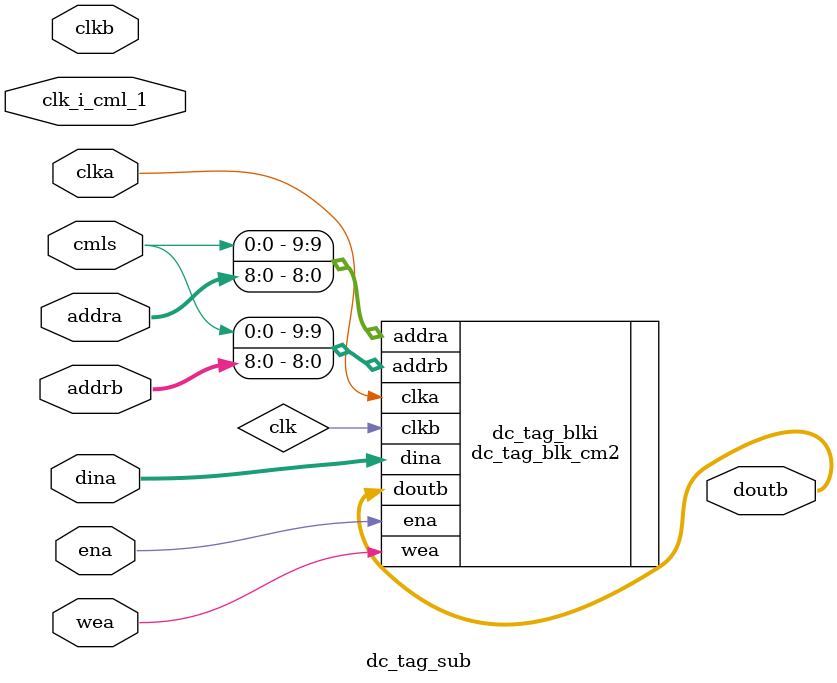
<source format=v>
/*******************************************************************************
*     This file is owned and controlled by Xilinx and must be used             *
*     solely for design, simulation, implementation and creation of            *
*     design files limited to Xilinx devices or technologies. Use              *
*     with non-Xilinx devices or technologies is expressly prohibited          *
*     and immediately terminates your license.                                 *
*                                                                              *
*     XILINX IS PROVIDING THIS DESIGN, CODE, OR INFORMATION "AS IS"            *
*     SOLELY FOR USE IN DEVELOPING PROGRAMS AND SOLUTIONS FOR                  *
*     XILINX DEVICES.  BY PROVIDING THIS DESIGN, CODE, OR INFORMATION          *
*     AS ONE POSSIBLE IMPLEMENTATION OF THIS FEATURE, APPLICATION              *
*     OR STANDARD, XILINX IS MAKING NO REPRESENTATION THAT THIS                *
*     IMPLEMENTATION IS FREE FROM ANY CLAIMS OF INFRINGEMENT,                  *
*     AND YOU ARE RESPONSIBLE FOR OBTAINING ANY RIGHTS YOU MAY REQUIRE         *
*     FOR YOUR IMPLEMENTATION.  XILINX EXPRESSLY DISCLAIMS ANY                 *
*     WARRANTY WHATSOEVER WITH RESPECT TO THE ADEQUACY OF THE                  *
*     IMPLEMENTATION, INCLUDING BUT NOT LIMITED TO ANY WARRANTIES OR           *
*     REPRESENTATIONS THAT THIS IMPLEMENTATION IS FREE FROM CLAIMS OF          *
*     INFRINGEMENT, IMPLIED WARRANTIES OF MERCHANTABILITY AND FITNESS          *
*     FOR A PARTICULAR PURPOSE.                                                *
*                                                                              *
*     Xilinx products are not intended for use in life support                 *
*     appliances, devices, or systems. Use in such applications are            *
*     expressly prohibited.                                                    *
*                                                                              *
*     (c) Copyright 1995-2009 Xilinx, Inc.                                     *
*     All rights reserved.                                                     *
*******************************************************************************/
// The synthesis directives "translate_off/translate_on" specified below are
// supported by Xilinx, Mentor Graphics and Synplicity synthesis
// tools. Ensure they are correct for your synthesis tool(s).

// You must compile the wrapper file dc_tag_blk.v when simulating
// the core, dc_tag_blk. When compiling the wrapper file, be sure to
// reference the XilinxCoreLib Verilog simulation library. For detailed
// instructions, please refer to the "CORE Generator Help".

`timescale 1ns/1ps

module dc_tag_sub(
		clk_i_cml_1,
		cmls,
		
	clka,
	ena,
	wea,
	addra,
	dina,
	clkb,
	addrb,
	doutb);


input clk_i_cml_1;
input cmls;




input clka;
input ena;
input [0 : 0] wea;
input [8 : 0] addra;
input [19 : 0] dina;
input clkb;
input [8 : 0] addrb;
output [19 : 0] doutb;

dc_tag_blk_cm2 dc_tag_blki(
	.clka(clka),
	.ena(ena),
	.wea(wea),
	.addra({cmls, addra}),
	.dina(dina),
	.clkb(clk),
	.addrb({cmls, addrb}),
	.doutb(doutb));

endmodule



</source>
